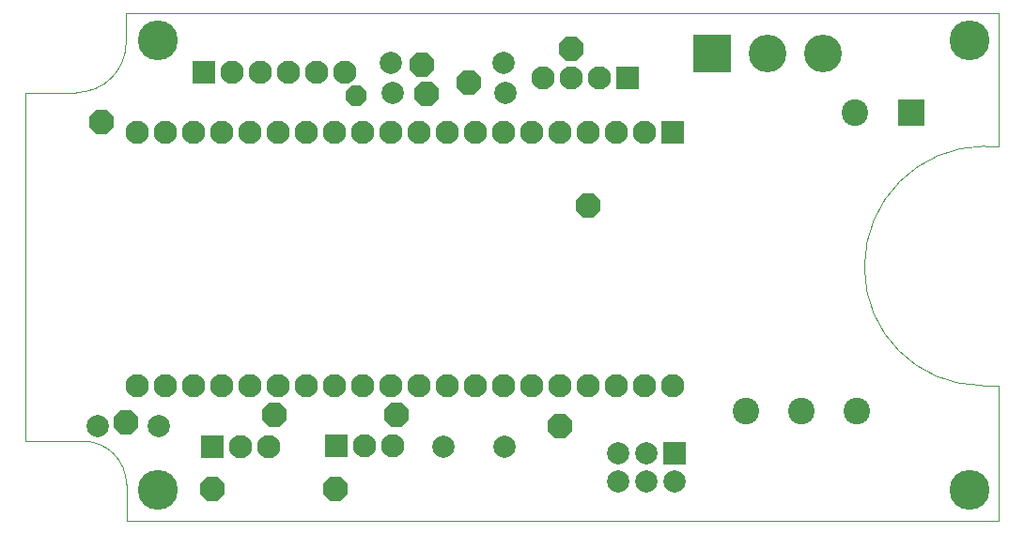
<source format=gbr>
G04 EasyPC Gerber Version 20.0.2 Build 4112 *
%FSLAX35Y35*%
%MOIN*%
%AMT79*0 Octagon Pad at angle 0*4,1,8,-0.01549,-0.03740,0.01549,-0.03740,0.03740,-0.01549,0.03740,0.01549,0.01549,0.03740,-0.01549,0.03740,-0.03740,0.01549,-0.03740,-0.01549,-0.01549,-0.03740,0*%
%ADD79T79*%
%AMT78*0 Octagon Pad at angle 0*4,1,8,-0.01794,-0.04331,0.01794,-0.04331,0.04331,-0.01794,0.04331,0.01794,0.01794,0.04331,-0.01794,0.04331,-0.04331,0.01794,-0.04331,-0.01794,-0.01794,-0.04331,0*%
%ADD78T78*%
%ADD18R,0.07874X0.07874*%
%ADD71R,0.08268X0.08268*%
%ADD75R,0.09449X0.09449*%
%ADD76R,0.13386X0.13386*%
%ADD84C,0.00394*%
%ADD19C,0.07874*%
%ADD20C,0.08268*%
%ADD25C,0.09449*%
%ADD77C,0.13386*%
%ADD74C,0.14173*%
X0Y0D02*
D02*
D18*
X230786Y25350D03*
D02*
D19*
X26079Y35055D03*
X47733D03*
X130036Y163850D03*
X130786Y153350D03*
X148579Y27600D03*
X170036Y163850D03*
X170233Y27600D03*
X170786Y153350D03*
X210786Y15350D03*
Y25350D03*
X220786Y15350D03*
Y25350D03*
X230786Y15350D03*
D02*
D71*
X63786Y160600D03*
X66656Y27478D03*
X110683Y27850D03*
X214120Y158469D03*
X230002Y139398D03*
D02*
D20*
X40002Y49398D03*
Y139398D03*
X50002Y49398D03*
Y139398D03*
X60002Y49398D03*
Y139398D03*
X70002Y49398D03*
Y139398D03*
X73786Y160600D03*
X76656Y27478D03*
X80002Y49398D03*
Y139398D03*
X83786Y160600D03*
X86656Y27478D03*
X90002Y49398D03*
Y139398D03*
X93786Y160600D03*
X100002Y49398D03*
Y139398D03*
X103786Y160600D03*
X110002Y49398D03*
Y139398D03*
X113786Y160600D03*
X120002Y49398D03*
Y139398D03*
X120683Y27850D03*
X130002Y49398D03*
Y139398D03*
X130683Y27850D03*
X140002Y49398D03*
Y139398D03*
X150002Y49398D03*
Y139398D03*
X160002Y49398D03*
Y139398D03*
X170002Y49398D03*
Y139398D03*
X180002Y49398D03*
Y139398D03*
X184120Y158469D03*
X190002Y49398D03*
Y139398D03*
X194120Y158469D03*
X200002Y49398D03*
Y139398D03*
X204120Y158469D03*
X210002Y49398D03*
Y139398D03*
X220002Y49398D03*
Y139398D03*
X230002Y49398D03*
D02*
D25*
X256023Y40220D03*
X275708D03*
X294684Y146126D03*
X295393Y40220D03*
D02*
D74*
X47286Y12350D03*
Y171838D03*
X335278Y12350D03*
Y171838D03*
D02*
D75*
X314684Y146126D03*
D02*
D76*
X244046Y167240D03*
D02*
D77*
X263731D03*
X283417D03*
D02*
D78*
X27194Y142856D03*
X36156Y36423D03*
X66656Y12600D03*
X88656Y38850D03*
X110406Y12600D03*
X131906Y38850D03*
X141033Y163137D03*
X142536Y152850D03*
X157536Y156850D03*
X189906Y35100D03*
X194120Y169100D03*
X200002Y113350D03*
D02*
D79*
X117536Y152350D03*
D02*
D84*
X197Y153430D02*
Y29581D01*
X20849*
G75*
G02X36213Y14216J-15365*
G01*
Y1340*
X345744*
Y49362*
X339897*
G75*
G02X298095Y91163J41802*
G01*
Y91599*
G75*
G02X340892Y134396I42797*
G01*
X345682*
Y181733*
X36089*
Y171159*
G75*
G02X18361Y153430I-17728*
G01*
Y153306*
X197Y153430*
X0Y0D02*
M02*

</source>
